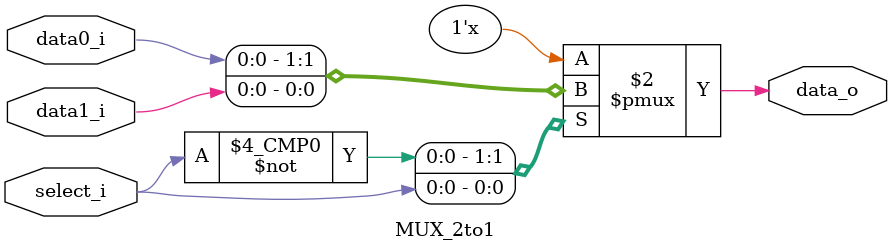
<source format=v>
module MUX_2to1 (select_i, data0_i, data1_i, data_o);

    input data0_i, data1_i;
    input select_i;
    output reg data_o;

    always@(*) begin
        case(select_i)
            2'b0 : begin
                data_o <= data0_i;
            end
            2'b1 : begin
                data_o <= data1_i;
            end
        endcase
    end

endmodule
</source>
